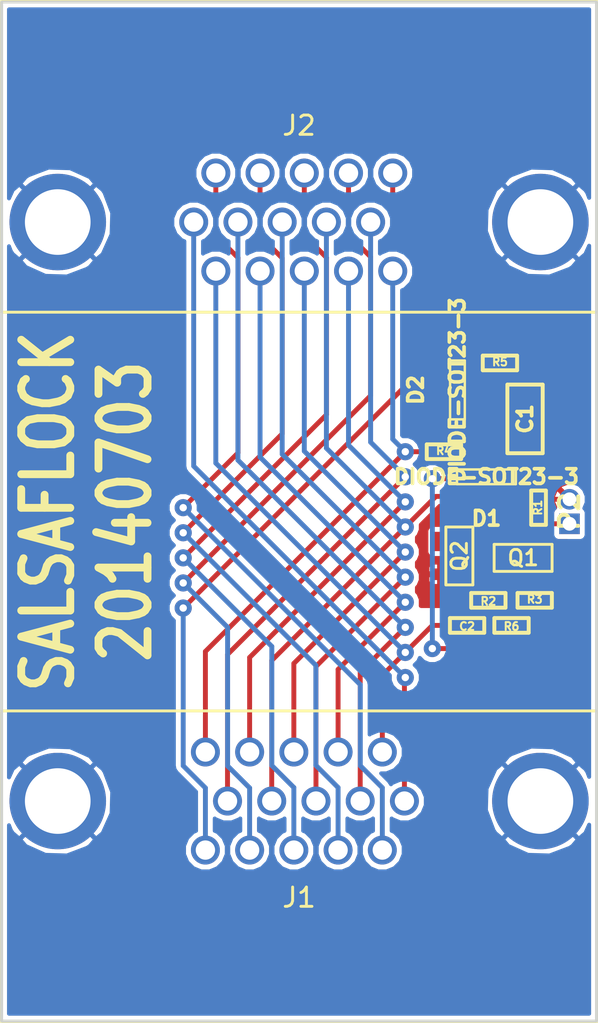
<source format=kicad_pcb>
(kicad_pcb (version 3) (host pcbnew "(2012-nov-02)-stable")

  (general
    (links 40)
    (no_connects 2)
    (area 102.507658 68.240999 140.739001 121.759001)
    (thickness 1.6)
    (drawings 6)
    (tracks 135)
    (zones 0)
    (modules 15)
    (nets 23)
  )

  (page A3)
  (layers
    (15 F.Cu signal)
    (0 B.Cu signal)
    (16 B.Adhes user)
    (17 F.Adhes user)
    (18 B.Paste user)
    (19 F.Paste user)
    (20 B.SilkS user)
    (21 F.SilkS user)
    (22 B.Mask user)
    (23 F.Mask user)
    (24 Dwgs.User user)
    (25 Cmts.User user)
    (26 Eco1.User user)
    (27 Eco2.User user)
    (28 Edge.Cuts user)
  )

  (setup
    (last_trace_width 0.254)
    (trace_clearance 0.254)
    (zone_clearance 0.254)
    (zone_45_only no)
    (trace_min 0.254)
    (segment_width 0.15)
    (edge_width 0.15)
    (via_size 0.889)
    (via_drill 0.381)
    (via_min_size 0.6858)
    (via_min_drill 0.381)
    (uvia_size 0.508)
    (uvia_drill 0.127)
    (uvias_allowed no)
    (uvia_min_size 0.508)
    (uvia_min_drill 0.127)
    (pcb_text_width 0.3)
    (pcb_text_size 1 1)
    (mod_edge_width 0.15)
    (mod_text_size 1 1)
    (mod_text_width 0.15)
    (pad_size 0.6 0.7)
    (pad_drill 0)
    (pad_to_mask_clearance 0.0762)
    (aux_axis_origin 0 0)
    (visible_elements FFFFBFBF)
    (pcbplotparams
      (layerselection 283672577)
      (usegerberextensions true)
      (excludeedgelayer true)
      (linewidth 152400)
      (plotframeref false)
      (viasonmask false)
      (mode 1)
      (useauxorigin false)
      (hpglpennumber 1)
      (hpglpenspeed 20)
      (hpglpendiameter 15)
      (hpglpenoverlay 2)
      (psnegative false)
      (psa4output false)
      (plotreference false)
      (plotvalue false)
      (plotothertext true)
      (plotinvisibletext false)
      (padsonsilk false)
      (subtractmaskfromsilk false)
      (outputformat 1)
      (mirror false)
      (drillshape 0)
      (scaleselection 1)
      (outputdirectory gerbers))
  )

  (net 0 "")
  (net 1 /DRAIN)
  (net 2 /GATE)
  (net 3 /KEY)
  (net 4 /RED)
  (net 5 /SCL)
  (net 6 /SHIELD)
  (net 7 /SOURCE)
  (net 8 /VGAGND)
  (net 9 GND)
  (net 10 N-000001)
  (net 11 N-0000010)
  (net 12 N-0000014)
  (net 13 N-0000015)
  (net 14 N-0000018)
  (net 15 N-0000019)
  (net 16 N-000002)
  (net 17 N-000004)
  (net 18 N-000005)
  (net 19 N-000006)
  (net 20 N-000007)
  (net 21 N-000008)
  (net 22 N-000009)

  (net_class Default "This is the default net class."
    (clearance 0.254)
    (trace_width 0.254)
    (via_dia 0.889)
    (via_drill 0.381)
    (uvia_dia 0.508)
    (uvia_drill 0.127)
    (add_net "")
    (add_net /DRAIN)
    (add_net /GATE)
    (add_net /KEY)
    (add_net /RED)
    (add_net /SCL)
    (add_net /SHIELD)
    (add_net /SOURCE)
    (add_net /VGAGND)
    (add_net GND)
    (add_net N-000001)
    (add_net N-0000010)
    (add_net N-0000014)
    (add_net N-0000015)
    (add_net N-0000018)
    (add_net N-0000019)
    (add_net N-000002)
    (add_net N-000004)
    (add_net N-000005)
    (add_net N-000006)
    (add_net N-000007)
    (add_net N-000008)
    (add_net N-000009)
  )

  (module GSG-0402 (layer F.Cu) (tedit 53B03450) (tstamp 53B0360A)
    (at 134.8 99.6)
    (path /53703213)
    (solder_mask_margin 0.1016)
    (fp_text reference R2 (at 0 0.0508) (layer F.SilkS)
      (effects (font (size 0.4064 0.4064) (thickness 0.1016)))
    )
    (fp_text value 10k (at 0 0.0508) (layer F.SilkS) hide
      (effects (font (size 0.4064 0.4064) (thickness 0.1016)))
    )
    (fp_line (start 0.889 -0.381) (end 0.889 0.381) (layer F.SilkS) (width 0.2032))
    (fp_line (start 0.889 0.381) (end -0.889 0.381) (layer F.SilkS) (width 0.2032))
    (fp_line (start -0.889 0.381) (end -0.889 -0.381) (layer F.SilkS) (width 0.2032))
    (fp_line (start -0.889 -0.381) (end 0.889 -0.381) (layer F.SilkS) (width 0.2032))
    (pad 2 smd rect (at 0.5334 0) (size 0.508 0.5588)
      (layers F.Cu F.Paste F.Mask)
      (net 7 /SOURCE)
      (solder_mask_margin 0.1016)
    )
    (pad 1 smd rect (at -0.5334 0) (size 0.508 0.5588)
      (layers F.Cu F.Paste F.Mask)
      (net 2 /GATE)
      (die_length -2147.483648)
      (solder_mask_margin 0.1016)
    )
  )

  (module GSG-0402 (layer F.Cu) (tedit 53B3B4DC) (tstamp 53B03614)
    (at 137.4 94.8 90)
    (path /5370DAFA)
    (solder_mask_margin 0.1016)
    (fp_text reference R1 (at 0 -0.037 90) (layer F.SilkS)
      (effects (font (size 0.4064 0.4064) (thickness 0.1016)))
    )
    (fp_text value DNP (at 0 0.0508 90) (layer F.SilkS) hide
      (effects (font (size 0.4064 0.4064) (thickness 0.1016)))
    )
    (fp_line (start 0.889 -0.381) (end 0.889 0.381) (layer F.SilkS) (width 0.2032))
    (fp_line (start 0.889 0.381) (end -0.889 0.381) (layer F.SilkS) (width 0.2032))
    (fp_line (start -0.889 0.381) (end -0.889 -0.381) (layer F.SilkS) (width 0.2032))
    (fp_line (start -0.889 -0.381) (end 0.889 -0.381) (layer F.SilkS) (width 0.2032))
    (pad 2 smd rect (at 0.5334 0 90) (size 0.508 0.5588)
      (layers F.Cu F.Paste F.Mask)
      (net 9 GND)
      (solder_mask_margin 0.1016)
    )
    (pad 1 smd rect (at -0.5334 0 90) (size 0.508 0.5588)
      (layers F.Cu F.Paste F.Mask)
      (net 1 /DRAIN)
      (die_length -2147.483648)
      (solder_mask_margin 0.1016)
    )
  )

  (module GSG-50MIL-HEADER-1x2-TH (layer F.Cu) (tedit 53B03A6B) (tstamp 53B035FA)
    (at 139 95 90)
    (path /53B03152)
    (fp_text reference P2 (at 0 0 90) (layer F.SilkS)
      (effects (font (size 1.00076 1.00076) (thickness 0.2032)))
    )
    (fp_text value ANTENNA (at 0 0 90) (layer F.SilkS) hide
      (effects (font (size 1.00076 1.00076) (thickness 0.2032)))
    )
    (pad 1 thru_hole rect (at -0.635 0 90) (size 1.0668 1.0668) (drill 0.7112)
      (layers *.Cu *.Mask)
      (net 1 /DRAIN)
    )
    (pad 2 thru_hole circle (at 0.635 0 90) (size 1.0668 1.0668) (drill 0.7112)
      (layers *.Cu *.Mask)
      (net 9 GND)
    )
  )

  (module GSG-0402-SHORT-10MIL (layer F.Cu) (tedit 53B57B9C) (tstamp 53B03628)
    (at 132.5 91.9 180)
    (path /53B032AD)
    (solder_mask_margin 0.1016)
    (fp_text reference R4 (at 0 0.0508 180) (layer F.SilkS)
      (effects (font (size 0.4064 0.4064) (thickness 0.1016)))
    )
    (fp_text value 0 (at 0 0.0508 180) (layer F.SilkS) hide
      (effects (font (size 0.4064 0.4064) (thickness 0.1016)))
    )
    (fp_line (start 0.889 -0.381) (end 0.889 0.381) (layer F.SilkS) (width 0.2032))
    (fp_line (start 0.889 0.381) (end -0.889 0.381) (layer F.SilkS) (width 0.2032))
    (fp_line (start -0.889 0.381) (end -0.889 -0.381) (layer F.SilkS) (width 0.2032))
    (fp_line (start -0.889 -0.381) (end 0.889 -0.381) (layer F.SilkS) (width 0.2032))
    (pad 2 smd rect (at 0.5334 0 180) (size 0.508 0.5588)
      (layers F.Cu F.Mask)
      (net 8 /VGAGND)
      (solder_mask_margin 0.1016)
    )
    (pad 1 smd rect (at -0.5334 0 180) (size 0.508 0.5588)
      (layers F.Cu F.Mask)
      (net 9 GND)
      (die_length -2147.483648)
      (solder_mask_margin 0.1016)
    )
    (pad "" smd rect (at 0 0 180) (size 0.762 0.254)
      (layers F.Cu F.Mask)
    )
  )

  (module GSG-0402-SHORT-10MIL (layer F.Cu) (tedit 53B57B9C) (tstamp 53B0361E)
    (at 137.2 99.6 180)
    (path /5370DB07)
    (solder_mask_margin 0.1016)
    (fp_text reference R3 (at 0 0.0508 180) (layer F.SilkS)
      (effects (font (size 0.4064 0.4064) (thickness 0.1016)))
    )
    (fp_text value 0 (at 0 0.0508 180) (layer F.SilkS) hide
      (effects (font (size 0.4064 0.4064) (thickness 0.1016)))
    )
    (fp_line (start 0.889 -0.381) (end 0.889 0.381) (layer F.SilkS) (width 0.2032))
    (fp_line (start 0.889 0.381) (end -0.889 0.381) (layer F.SilkS) (width 0.2032))
    (fp_line (start -0.889 0.381) (end -0.889 -0.381) (layer F.SilkS) (width 0.2032))
    (fp_line (start -0.889 -0.381) (end 0.889 -0.381) (layer F.SilkS) (width 0.2032))
    (pad 2 smd rect (at 0.5334 0 180) (size 0.508 0.5588)
      (layers F.Cu F.Mask)
      (net 7 /SOURCE)
      (solder_mask_margin 0.1016)
    )
    (pad 1 smd rect (at -0.5334 0 180) (size 0.508 0.5588)
      (layers F.Cu F.Mask)
      (net 9 GND)
      (die_length -2147.483648)
      (solder_mask_margin 0.1016)
    )
    (pad "" smd rect (at 0 0 180) (size 0.762 0.254)
      (layers F.Cu F.Mask)
    )
  )

  (module GSG-DB15-VGA (layer F.Cu) (tedit 53C81AA9) (tstamp 53C81BF1)
    (at 125 110)
    (path /53C80301)
    (fp_text reference J1 (at 0 5) (layer F.SilkS)
      (effects (font (size 1 1) (thickness 0.15)))
    )
    (fp_text value DB15-VGA (at 0 7) (layer F.SilkS) hide
      (effects (font (size 1 1) (thickness 0.15)))
    )
    (fp_line (start -15.41 11.43) (end 15.41 11.43) (layer F.SilkS) (width 0.15))
    (fp_line (start 15.41 -4.67) (end -15.41 -4.67) (layer F.SilkS) (width 0.15))
    (fp_line (start 15.41 11.43) (end 15.41 -4.67) (layer F.SilkS) (width 0.15))
    (fp_line (start -15.41 11.43) (end -15.41 -4.67) (layer F.SilkS) (width 0.15))
    (pad 0 thru_hole circle (at -12.495 0) (size 5 5) (drill 3.4)
      (layers *.Cu *.Mask)
      (net 6 /SHIELD)
    )
    (pad 0 thru_hole circle (at 12.495 0) (size 5 5) (drill 3.4)
      (layers *.Cu *.Mask)
      (net 6 /SHIELD)
    )
    (pad 6 thru_hole circle (at 5.455 0) (size 1.5 1.5) (drill 1)
      (layers *.Cu *.Mask)
      (net 20 N-000007)
    )
    (pad 7 thru_hole circle (at 3.165 0) (size 1.5 1.5) (drill 1)
      (layers *.Cu *.Mask)
      (net 21 N-000008)
    )
    (pad 8 thru_hole circle (at 0.875 0) (size 1.5 1.5) (drill 1)
      (layers *.Cu *.Mask)
      (net 22 N-000009)
    )
    (pad 9 thru_hole circle (at -1.415 0) (size 1.5 1.5) (drill 1)
      (layers *.Cu *.Mask)
      (net 3 /KEY)
    )
    (pad 10 thru_hole circle (at -3.705 0) (size 1.5 1.5) (drill 1)
      (layers *.Cu *.Mask)
      (net 11 N-0000010)
    )
    (pad 1 thru_hole circle (at 4.31 -2.54) (size 1.5 1.5) (drill 1)
      (layers *.Cu *.Mask)
      (net 4 /RED)
    )
    (pad 2 thru_hole circle (at 2.02 -2.54) (size 1.5 1.5) (drill 1)
      (layers *.Cu *.Mask)
      (net 17 N-000004)
    )
    (pad 3 thru_hole circle (at -0.27 -2.54) (size 1.5 1.5) (drill 1)
      (layers *.Cu *.Mask)
      (net 16 N-000002)
    )
    (pad 4 thru_hole circle (at -2.56 -2.54) (size 1.5 1.5) (drill 1)
      (layers *.Cu *.Mask)
      (net 19 N-000006)
    )
    (pad 5 thru_hole circle (at -4.85 -2.54) (size 1.5 1.5) (drill 1)
      (layers *.Cu *.Mask)
      (net 8 /VGAGND)
    )
    (pad 11 thru_hole circle (at 4.31 2.54) (size 1.5 1.5) (drill 1)
      (layers *.Cu *.Mask)
      (net 10 N-000001)
    )
    (pad 12 thru_hole circle (at 2.02 2.54) (size 1.5 1.5) (drill 1)
      (layers *.Cu *.Mask)
      (net 18 N-000005)
    )
    (pad 13 thru_hole circle (at -0.27 2.54) (size 1.5 1.5) (drill 1)
      (layers *.Cu *.Mask)
      (net 12 N-0000014)
    )
    (pad 14 thru_hole circle (at -2.56 2.54) (size 1.5 1.5) (drill 1)
      (layers *.Cu *.Mask)
      (net 13 N-0000015)
    )
    (pad 15 thru_hole circle (at -4.85 2.54) (size 1.5 1.5) (drill 1)
      (layers *.Cu *.Mask)
      (net 5 /SCL)
    )
  )

  (module GSG-DB15-VGA (layer F.Cu) (tedit 53C81AA9) (tstamp 53C81C0A)
    (at 125 80 180)
    (path /53C8030E)
    (fp_text reference J2 (at 0 5 180) (layer F.SilkS)
      (effects (font (size 1 1) (thickness 0.15)))
    )
    (fp_text value DB15-VGA (at 0 7 180) (layer F.SilkS) hide
      (effects (font (size 1 1) (thickness 0.15)))
    )
    (fp_line (start -15.41 11.43) (end 15.41 11.43) (layer F.SilkS) (width 0.15))
    (fp_line (start 15.41 -4.67) (end -15.41 -4.67) (layer F.SilkS) (width 0.15))
    (fp_line (start 15.41 11.43) (end 15.41 -4.67) (layer F.SilkS) (width 0.15))
    (fp_line (start -15.41 11.43) (end -15.41 -4.67) (layer F.SilkS) (width 0.15))
    (pad 0 thru_hole circle (at -12.495 0 180) (size 5 5) (drill 3.4)
      (layers *.Cu *.Mask)
      (net 6 /SHIELD)
    )
    (pad 0 thru_hole circle (at 12.495 0 180) (size 5 5) (drill 3.4)
      (layers *.Cu *.Mask)
      (net 6 /SHIELD)
    )
    (pad 6 thru_hole circle (at 5.455 0 180) (size 1.5 1.5) (drill 1)
      (layers *.Cu *.Mask)
      (net 20 N-000007)
    )
    (pad 7 thru_hole circle (at 3.165 0 180) (size 1.5 1.5) (drill 1)
      (layers *.Cu *.Mask)
      (net 21 N-000008)
    )
    (pad 8 thru_hole circle (at 0.875 0 180) (size 1.5 1.5) (drill 1)
      (layers *.Cu *.Mask)
      (net 22 N-000009)
    )
    (pad 9 thru_hole circle (at -1.415 0 180) (size 1.5 1.5) (drill 1)
      (layers *.Cu *.Mask)
      (net 3 /KEY)
    )
    (pad 10 thru_hole circle (at -3.705 0 180) (size 1.5 1.5) (drill 1)
      (layers *.Cu *.Mask)
      (net 11 N-0000010)
    )
    (pad 1 thru_hole circle (at 4.31 -2.54 180) (size 1.5 1.5) (drill 1)
      (layers *.Cu *.Mask)
      (net 4 /RED)
    )
    (pad 2 thru_hole circle (at 2.02 -2.54 180) (size 1.5 1.5) (drill 1)
      (layers *.Cu *.Mask)
      (net 17 N-000004)
    )
    (pad 3 thru_hole circle (at -0.27 -2.54 180) (size 1.5 1.5) (drill 1)
      (layers *.Cu *.Mask)
      (net 16 N-000002)
    )
    (pad 4 thru_hole circle (at -2.56 -2.54 180) (size 1.5 1.5) (drill 1)
      (layers *.Cu *.Mask)
      (net 19 N-000006)
    )
    (pad 5 thru_hole circle (at -4.85 -2.54 180) (size 1.5 1.5) (drill 1)
      (layers *.Cu *.Mask)
      (net 8 /VGAGND)
    )
    (pad 11 thru_hole circle (at 4.31 2.54 180) (size 1.5 1.5) (drill 1)
      (layers *.Cu *.Mask)
      (net 10 N-000001)
    )
    (pad 12 thru_hole circle (at 2.02 2.54 180) (size 1.5 1.5) (drill 1)
      (layers *.Cu *.Mask)
      (net 18 N-000005)
    )
    (pad 13 thru_hole circle (at -0.27 2.54 180) (size 1.5 1.5) (drill 1)
      (layers *.Cu *.Mask)
      (net 12 N-0000014)
    )
    (pad 14 thru_hole circle (at -2.56 2.54 180) (size 1.5 1.5) (drill 1)
      (layers *.Cu *.Mask)
      (net 13 N-0000015)
    )
    (pad 15 thru_hole circle (at -4.85 2.54 180) (size 1.5 1.5) (drill 1)
      (layers *.Cu *.Mask)
      (net 5 /SCL)
    )
  )

  (module GSG-0402 (layer F.Cu) (tedit 53B03450) (tstamp 53C81C3A)
    (at 135.4 87.3 180)
    (path /53BD859D)
    (solder_mask_margin 0.1016)
    (fp_text reference R5 (at 0 0.0508 180) (layer F.SilkS)
      (effects (font (size 0.4064 0.4064) (thickness 0.1016)))
    )
    (fp_text value 10k (at 0 0.0508 180) (layer F.SilkS) hide
      (effects (font (size 0.4064 0.4064) (thickness 0.1016)))
    )
    (fp_line (start 0.889 -0.381) (end 0.889 0.381) (layer F.SilkS) (width 0.2032))
    (fp_line (start 0.889 0.381) (end -0.889 0.381) (layer F.SilkS) (width 0.2032))
    (fp_line (start -0.889 0.381) (end -0.889 -0.381) (layer F.SilkS) (width 0.2032))
    (fp_line (start -0.889 -0.381) (end 0.889 -0.381) (layer F.SilkS) (width 0.2032))
    (pad 2 smd rect (at 0.5334 0 180) (size 0.508 0.5588)
      (layers F.Cu F.Paste F.Mask)
      (net 14 N-0000018)
      (solder_mask_margin 0.1016)
    )
    (pad 1 smd rect (at -0.5334 0 180) (size 0.508 0.5588)
      (layers F.Cu F.Paste F.Mask)
      (net 15 N-0000019)
      (die_length -2147.483648)
      (solder_mask_margin 0.1016)
    )
  )

  (module GSG-0402 (layer F.Cu) (tedit 53B03450) (tstamp 53C81C44)
    (at 133.7 100.9)
    (path /53BD8613)
    (solder_mask_margin 0.1016)
    (fp_text reference C2 (at 0 0.0508) (layer F.SilkS)
      (effects (font (size 0.4064 0.4064) (thickness 0.1016)))
    )
    (fp_text value 1uF (at 0 0.0508) (layer F.SilkS) hide
      (effects (font (size 0.4064 0.4064) (thickness 0.1016)))
    )
    (fp_line (start 0.889 -0.381) (end 0.889 0.381) (layer F.SilkS) (width 0.2032))
    (fp_line (start 0.889 0.381) (end -0.889 0.381) (layer F.SilkS) (width 0.2032))
    (fp_line (start -0.889 0.381) (end -0.889 -0.381) (layer F.SilkS) (width 0.2032))
    (fp_line (start -0.889 -0.381) (end 0.889 -0.381) (layer F.SilkS) (width 0.2032))
    (pad 2 smd rect (at 0.5334 0) (size 0.508 0.5588)
      (layers F.Cu F.Paste F.Mask)
      (net 2 /GATE)
      (solder_mask_margin 0.1016)
    )
    (pad 1 smd rect (at -0.5334 0) (size 0.508 0.5588)
      (layers F.Cu F.Paste F.Mask)
      (net 4 /RED)
      (die_length -2147.483648)
      (solder_mask_margin 0.1016)
    )
  )

  (module GSG-0402 (layer F.Cu) (tedit 53B03450) (tstamp 53C81C4E)
    (at 136 100.9)
    (path /53BD8718)
    (solder_mask_margin 0.1016)
    (fp_text reference R6 (at 0 0.0508) (layer F.SilkS)
      (effects (font (size 0.4064 0.4064) (thickness 0.1016)))
    )
    (fp_text value 1M (at 0 0.0508) (layer F.SilkS) hide
      (effects (font (size 0.4064 0.4064) (thickness 0.1016)))
    )
    (fp_line (start 0.889 -0.381) (end 0.889 0.381) (layer F.SilkS) (width 0.2032))
    (fp_line (start 0.889 0.381) (end -0.889 0.381) (layer F.SilkS) (width 0.2032))
    (fp_line (start -0.889 0.381) (end -0.889 -0.381) (layer F.SilkS) (width 0.2032))
    (fp_line (start -0.889 -0.381) (end 0.889 -0.381) (layer F.SilkS) (width 0.2032))
    (pad 2 smd rect (at 0.5334 0) (size 0.508 0.5588)
      (layers F.Cu F.Paste F.Mask)
      (net 15 N-0000019)
      (solder_mask_margin 0.1016)
    )
    (pad 1 smd rect (at -0.5334 0) (size 0.508 0.5588)
      (layers F.Cu F.Paste F.Mask)
      (net 2 /GATE)
      (die_length -2147.483648)
      (solder_mask_margin 0.1016)
    )
  )

  (module GSG-0805 (layer F.Cu) (tedit 53C84948) (tstamp 53C81C30)
    (at 136.7 90.2 270)
    (path /53BD8720)
    (solder_mask_margin 0.1016)
    (fp_text reference C1 (at 0 0 270) (layer F.SilkS)
      (effects (font (size 0.762 0.762) (thickness 0.1905)))
    )
    (fp_text value 22uF (at 0 0 270) (layer F.SilkS) hide
      (effects (font (size 0.762 0.762) (thickness 0.1905)))
    )
    (fp_line (start -1.778 -0.9144) (end 1.778 -0.9144) (layer F.SilkS) (width 0.2032))
    (fp_line (start 1.778 -0.9144) (end 1.778 0.9144) (layer F.SilkS) (width 0.2032))
    (fp_line (start 1.778 0.9144) (end -1.778 0.9144) (layer F.SilkS) (width 0.2032))
    (fp_line (start -1.778 0.9144) (end -1.778 -0.9144) (layer F.SilkS) (width 0.2032))
    (pad 2 smd rect (at 1.016 0 270) (size 1.15062 1.44018)
      (layers F.Cu F.Paste F.Mask)
      (net 15 N-0000019)
      (die_length 0.08128)
      (solder_mask_margin 0.1016)
      (clearance 0.1778)
    )
    (pad 1 smd rect (at -1.016 0 270) (size 1.15062 1.44018)
      (layers F.Cu F.Paste F.Mask)
      (net 9 GND)
      (die_length -2147.483648)
      (solder_mask_margin 0.1016)
      (clearance 0.1778)
    )
  )

  (module GSG-SOT23-3 (layer F.Cu) (tedit 53D5BEF1) (tstamp 53C81C18)
    (at 133.2 88.7 90)
    (tags "CMS SOT")
    (path /53D5C057)
    (attr smd)
    (fp_text reference D2 (at 0 -2.159 90) (layer F.SilkS)
      (effects (font (size 0.762 0.762) (thickness 0.1905)))
    )
    (fp_text value DIODE-SOT23-3 (at 0 0 90) (layer F.SilkS)
      (effects (font (size 0.762 0.762) (thickness 0.1905)))
    )
    (fp_line (start -1.524 -0.381) (end 1.524 -0.381) (layer F.SilkS) (width 0.127))
    (fp_line (start 1.524 -0.381) (end 1.524 0.381) (layer F.SilkS) (width 0.127))
    (fp_line (start 1.524 0.381) (end -1.524 0.381) (layer F.SilkS) (width 0.127))
    (fp_line (start -1.524 0.381) (end -1.524 -0.381) (layer F.SilkS) (width 0.127))
    (pad 2 smd rect (at -0.889 -1.016 90) (size 0.9144 0.9144)
      (layers F.Cu F.Paste F.Mask)
      (die_length 0.00762)
    )
    (pad 1 smd rect (at 0.889 -1.016 90) (size 0.9144 0.9144)
      (layers F.Cu F.Paste F.Mask)
      (net 5 /SCL)
    )
    (pad 3 smd rect (at 0 1.016 90) (size 0.9144 0.9144)
      (layers F.Cu F.Paste F.Mask)
      (net 14 N-0000018)
      (die_length 0.28194)
    )
    (model smd/cms_sot23.wrl
      (at (xyz 0 0 0))
      (scale (xyz 0.13 0.15 0.15))
      (rotate (xyz 0 0 0))
    )
  )

  (module GSG-SOT23-3 (layer F.Cu) (tedit 53D5BEF1) (tstamp 53C81C26)
    (at 134.7 93.2 180)
    (tags "CMS SOT")
    (path /53D5C022)
    (attr smd)
    (fp_text reference D1 (at 0 -2.159 180) (layer F.SilkS)
      (effects (font (size 0.762 0.762) (thickness 0.1905)))
    )
    (fp_text value DIODE-SOT23-3 (at 0 0 180) (layer F.SilkS)
      (effects (font (size 0.762 0.762) (thickness 0.1905)))
    )
    (fp_line (start -1.524 -0.381) (end 1.524 -0.381) (layer F.SilkS) (width 0.127))
    (fp_line (start 1.524 -0.381) (end 1.524 0.381) (layer F.SilkS) (width 0.127))
    (fp_line (start 1.524 0.381) (end -1.524 0.381) (layer F.SilkS) (width 0.127))
    (fp_line (start -1.524 0.381) (end -1.524 -0.381) (layer F.SilkS) (width 0.127))
    (pad 2 smd rect (at -0.889 -1.016 180) (size 0.9144 0.9144)
      (layers F.Cu F.Paste F.Mask)
      (die_length 0.00762)
    )
    (pad 1 smd rect (at 0.889 -1.016 180) (size 0.9144 0.9144)
      (layers F.Cu F.Paste F.Mask)
      (net 3 /KEY)
    )
    (pad 3 smd rect (at 0 1.016 180) (size 0.9144 0.9144)
      (layers F.Cu F.Paste F.Mask)
      (net 15 N-0000019)
      (die_length 0.28194)
    )
    (model smd/cms_sot23.wrl
      (at (xyz 0 0 0))
      (scale (xyz 0.13 0.15 0.15))
      (rotate (xyz 0 0 0))
    )
  )

  (module GSG-SOT143B-GDS (layer F.Cu) (tedit 53D5C311) (tstamp 53B035F4)
    (at 136.6 97.4)
    (path /53D5C0DC)
    (fp_text reference Q1 (at 0 0) (layer F.SilkS)
      (effects (font (size 0.8 0.8) (thickness 0.15)))
    )
    (fp_text value MOSFET_N (at 0 0) (layer F.SilkS) hide
      (effects (font (size 0.8 0.8) (thickness 0.15)))
    )
    (fp_line (start -1.5 -0.7) (end 1.5 -0.7) (layer F.SilkS) (width 0.15))
    (fp_line (start 1.5 -0.7) (end 1.5 0.7) (layer F.SilkS) (width 0.15))
    (fp_line (start 1.5 0.7) (end -1.5 0.7) (layer F.SilkS) (width 0.15))
    (fp_line (start -1.5 0.7) (end -1.5 -0.7) (layer F.SilkS) (width 0.15))
    (pad B smd rect (at -0.75 1) (size 1 0.7)
      (layers F.Cu F.Paste F.Mask)
    )
    (pad S smd rect (at 0.95 1) (size 0.6 0.7)
      (layers F.Cu F.Paste F.Mask)
      (net 7 /SOURCE)
    )
    (pad D smd rect (at 0.95 -1) (size 0.6 0.7)
      (layers F.Cu F.Paste F.Mask)
      (net 1 /DRAIN)
    )
    (pad G smd rect (at -0.95 -1) (size 0.6 0.7)
      (layers F.Cu F.Paste F.Mask)
      (net 2 /GATE)
    )
  )

  (module GSG-SOT143B-GDS (layer F.Cu) (tedit 53D5C311) (tstamp 53C81BD8)
    (at 133.3 97.3 270)
    (path /53BD8551)
    (fp_text reference Q2 (at 0 0 270) (layer F.SilkS)
      (effects (font (size 0.8 0.8) (thickness 0.15)))
    )
    (fp_text value MOSFET_N (at 0 0 270) (layer F.SilkS) hide
      (effects (font (size 0.8 0.8) (thickness 0.15)))
    )
    (fp_line (start -1.5 -0.7) (end 1.5 -0.7) (layer F.SilkS) (width 0.15))
    (fp_line (start 1.5 -0.7) (end 1.5 0.7) (layer F.SilkS) (width 0.15))
    (fp_line (start 1.5 0.7) (end -1.5 0.7) (layer F.SilkS) (width 0.15))
    (fp_line (start -1.5 0.7) (end -1.5 -0.7) (layer F.SilkS) (width 0.15))
    (pad B smd rect (at -0.75 1 270) (size 1 0.7)
      (layers F.Cu F.Paste F.Mask)
    )
    (pad S smd rect (at 0.95 1 270) (size 0.6 0.7)
      (layers F.Cu F.Paste F.Mask)
      (net 9 GND)
    )
    (pad D smd rect (at 0.95 -1 270) (size 0.6 0.7)
      (layers F.Cu F.Paste F.Mask)
      (net 2 /GATE)
    )
    (pad G smd rect (at -0.95 -1 270) (size 0.6 0.7)
      (layers F.Cu F.Paste F.Mask)
      (net 2 /GATE)
    )
  )

  (gr_line (start 140.4 68.6) (end 109.6 68.6) (angle 90) (layer Edge.Cuts) (width 0.15))
  (gr_line (start 140.4 121.4) (end 140.4 68.6) (angle 90) (layer Edge.Cuts) (width 0.15))
  (gr_line (start 109.6 121.4) (end 140.4 121.4) (angle 90) (layer Edge.Cuts) (width 0.15))
  (gr_line (start 109.6 68.6) (end 109.6 121.4) (angle 90) (layer Edge.Cuts) (width 0.15))
  (gr_text 20140703 (at 116 95 90) (layer F.SilkS)
    (effects (font (size 2.54 2.032) (thickness 0.4064)))
  )
  (gr_text SALSAFLOCK (at 112 95 90) (layer F.SilkS)
    (effects (font (size 2.54 2.032) (thickness 0.4064)))
  )

  (segment (start 137.55 96.4) (end 137.55 95.4834) (width 0.254) (layer F.Cu) (net 1))
  (segment (start 137.55 95.4834) (end 137.4 95.3334) (width 0.254) (layer F.Cu) (net 1) (tstamp 53D5C6DA))
  (segment (start 139 95.635) (end 137.7016 95.635) (width 0.254) (layer F.Cu) (net 1))
  (segment (start 137.7016 95.635) (end 137.4 95.3334) (width 0.254) (layer F.Cu) (net 1) (tstamp 53D5C6D7))
  (segment (start 134.2334 100.9) (end 135.4666 100.9) (width 0.254) (layer F.Cu) (net 2))
  (segment (start 134.2666 99.6) (end 134.2666 100.8668) (width 0.254) (layer F.Cu) (net 2))
  (segment (start 134.2666 100.8668) (end 134.2334 100.9) (width 0.254) (layer F.Cu) (net 2) (tstamp 53D5C74C))
  (segment (start 134.3 98.25) (end 134.3 99.5666) (width 0.254) (layer F.Cu) (net 2))
  (segment (start 134.3 99.5666) (end 134.2666 99.6) (width 0.254) (layer F.Cu) (net 2) (tstamp 53D5C749))
  (segment (start 134.3 96.35) (end 134.3 98.25) (width 0.254) (layer F.Cu) (net 2))
  (segment (start 135.65 96.4) (end 134.35 96.4) (width 0.254) (layer F.Cu) (net 2))
  (segment (start 134.35 96.4) (end 134.3 96.35) (width 0.254) (layer F.Cu) (net 2) (tstamp 53D5C744))
  (segment (start 133.811 94.216) (end 132.084 94.216) (width 0.254) (layer F.Cu) (net 3))
  (segment (start 132.084 94.216) (end 130.5 95.8) (width 0.254) (layer F.Cu) (net 3) (tstamp 53D5C6E2))
  (segment (start 123.585 110) (end 123.585 102.715) (width 0.254) (layer F.Cu) (net 3))
  (segment (start 126.415 91.715) (end 126.415 80) (width 0.254) (layer B.Cu) (net 3) (tstamp 53C81E06))
  (segment (start 130.5 95.8) (end 126.415 91.715) (width 0.254) (layer B.Cu) (net 3) (tstamp 53C81E05))
  (via (at 130.5 95.8) (size 0.889) (layers F.Cu B.Cu) (net 3))
  (segment (start 123.585 102.715) (end 130.5 95.8) (width 0.254) (layer F.Cu) (net 3) (tstamp 53C81DFC))
  (segment (start 133.1666 100.9) (end 131.9 100.9) (width 0.254) (layer F.Cu) (net 4))
  (segment (start 131.9 100.9) (end 130.5 102.3) (width 0.254) (layer F.Cu) (net 4) (tstamp 53D5C74F))
  (segment (start 129.31 107.46) (end 129.31 103.49) (width 0.254) (layer F.Cu) (net 4))
  (segment (start 120.69 92.49) (end 120.69 82.54) (width 0.254) (layer B.Cu) (net 4) (tstamp 53C81DB9))
  (segment (start 130.5 102.3) (end 120.69 92.49) (width 0.254) (layer B.Cu) (net 4) (tstamp 53C81DB8))
  (via (at 130.5 102.3) (size 0.889) (layers F.Cu B.Cu) (net 4))
  (segment (start 129.31 103.49) (end 130.5 102.3) (width 0.254) (layer F.Cu) (net 4) (tstamp 53C81DAC))
  (segment (start 131 88) (end 131.995 88) (width 0.254) (layer F.Cu) (net 5))
  (segment (start 131.995 88) (end 132.184 87.811) (width 0.254) (layer F.Cu) (net 5) (tstamp 53D5C6BB))
  (segment (start 119 108.17) (end 119 100) (width 0.254) (layer B.Cu) (net 5))
  (segment (start 120.15 109.32) (end 119 108.17) (width 0.254) (layer B.Cu) (net 5) (tstamp 53C81EF9))
  (segment (start 120.15 112.54) (end 120.15 109.32) (width 0.254) (layer B.Cu) (net 5))
  (segment (start 129.85 80.65) (end 129.85 77.46) (width 0.254) (layer F.Cu) (net 5) (tstamp 53C84495))
  (segment (start 131 81.8) (end 129.85 80.65) (width 0.254) (layer F.Cu) (net 5) (tstamp 53C8448F))
  (segment (start 131 88) (end 131 81.8) (width 0.254) (layer F.Cu) (net 5) (tstamp 53C84483))
  (segment (start 119 100) (end 131 88) (width 0.254) (layer F.Cu) (net 5) (tstamp 53C84482))
  (via (at 119 100) (size 0.889) (layers F.Cu B.Cu) (net 5))
  (segment (start 136.6666 99.6) (end 136.6666 99.0334) (width 0.254) (layer F.Cu) (net 7) (status 400000))
  (segment (start 137.25 98.7) (end 137.55 98.4) (width 0.254) (layer F.Cu) (net 7) (tstamp 53D5CAC3) (status C00000))
  (segment (start 137 98.7) (end 137.25 98.7) (width 0.254) (layer F.Cu) (net 7) (tstamp 53D5CABE) (status 800000))
  (segment (start 136.6666 99.0334) (end 137 98.7) (width 0.254) (layer F.Cu) (net 7) (tstamp 53D5CABB))
  (segment (start 135.3334 99.6) (end 136.6666 99.6) (width 0.254) (layer F.Cu) (net 7))
  (segment (start 131.9666 91.9) (end 130.5 91.9) (width 0.254) (layer F.Cu) (net 8))
  (segment (start 120.15 107.46) (end 120.15 102.25) (width 0.254) (layer F.Cu) (net 8))
  (segment (start 129.85 91.25) (end 129.85 82.54) (width 0.254) (layer B.Cu) (net 8) (tstamp 53C81E2E))
  (segment (start 130.5 91.9) (end 129.85 91.25) (width 0.254) (layer B.Cu) (net 8) (tstamp 53C81E2D))
  (via (at 130.5 91.9) (size 0.889) (layers F.Cu B.Cu) (net 8))
  (segment (start 120.15 102.25) (end 130.5 91.9) (width 0.254) (layer F.Cu) (net 8) (tstamp 53C81E25))
  (segment (start 139 94.365) (end 137.4984 94.365) (width 0.254) (layer F.Cu) (net 9))
  (segment (start 137.4984 94.365) (end 137.4 94.2666) (width 0.254) (layer F.Cu) (net 9) (tstamp 53D5C6D3))
  (segment (start 119 94.8) (end 121.84 91.96) (width 0.254) (layer F.Cu) (net 10))
  (segment (start 128.17 103.97) (end 119 94.8) (width 0.254) (layer B.Cu) (net 10) (tstamp 53C8450D))
  (via (at 119 94.8) (size 0.889) (layers F.Cu B.Cu) (net 10))
  (segment (start 129.31 112.54) (end 129.31 109.31) (width 0.254) (layer B.Cu) (net 10))
  (segment (start 129.31 109.31) (end 128.17 108.17) (width 0.254) (layer B.Cu) (net 10) (tstamp 53C81E58))
  (segment (start 128.17 108.17) (end 128.17 103.97) (width 0.254) (layer B.Cu) (net 10))
  (segment (start 120.69 80.7) (end 120.69 77.46) (width 0.254) (layer F.Cu) (net 10) (tstamp 53C8455C))
  (segment (start 121.84 81.85) (end 120.69 80.7) (width 0.254) (layer F.Cu) (net 10) (tstamp 53C84557))
  (segment (start 121.84 91.96) (end 121.84 81.85) (width 0.254) (layer F.Cu) (net 10) (tstamp 53C84550))
  (segment (start 121.295 110) (end 121.295 102.405) (width 0.254) (layer F.Cu) (net 11))
  (segment (start 128.705 91.405) (end 128.705 80) (width 0.254) (layer B.Cu) (net 11) (tstamp 53C81E20))
  (segment (start 130.5 93.2) (end 128.705 91.405) (width 0.254) (layer B.Cu) (net 11) (tstamp 53C81E1F))
  (via (at 130.5 93.2) (size 0.889) (layers F.Cu B.Cu) (net 11))
  (segment (start 121.295 102.405) (end 130.5 93.2) (width 0.254) (layer F.Cu) (net 11) (tstamp 53C81E17))
  (segment (start 119 97.4) (end 126.42 89.98) (width 0.254) (layer F.Cu) (net 12))
  (segment (start 123.59 101.99) (end 119 97.4) (width 0.254) (layer B.Cu) (net 12) (tstamp 53C844F1))
  (via (at 119 97.4) (size 0.889) (layers F.Cu B.Cu) (net 12))
  (segment (start 124.73 109.3) (end 123.59 108.16) (width 0.254) (layer B.Cu) (net 12) (tstamp 53C81EA5))
  (segment (start 124.73 112.54) (end 124.73 109.3) (width 0.254) (layer B.Cu) (net 12))
  (segment (start 123.59 108.16) (end 123.59 101.99) (width 0.254) (layer B.Cu) (net 12))
  (segment (start 125.27 80.69) (end 125.27 77.46) (width 0.254) (layer F.Cu) (net 12) (tstamp 53C84534))
  (segment (start 126.42 81.84) (end 125.27 80.69) (width 0.254) (layer F.Cu) (net 12) (tstamp 53C84530))
  (segment (start 126.42 89.98) (end 126.42 81.84) (width 0.254) (layer F.Cu) (net 12) (tstamp 53C84523))
  (segment (start 121.3 108.18) (end 121.3 101) (width 0.254) (layer B.Cu) (net 13))
  (segment (start 122.44 109.32) (end 121.3 108.18) (width 0.254) (layer B.Cu) (net 13) (tstamp 53C81EB9))
  (segment (start 122.44 112.54) (end 122.44 109.32) (width 0.254) (layer B.Cu) (net 13))
  (segment (start 127.56 80.66) (end 127.56 77.46) (width 0.254) (layer F.Cu) (net 13) (tstamp 53C844BA))
  (segment (start 128.7 81.8) (end 127.56 80.66) (width 0.254) (layer F.Cu) (net 13) (tstamp 53C844B4))
  (segment (start 128.7 89) (end 128.7 81.8) (width 0.254) (layer F.Cu) (net 13) (tstamp 53C844B1))
  (segment (start 119 98.7) (end 128.7 89) (width 0.254) (layer F.Cu) (net 13) (tstamp 53C844B0))
  (via (at 119 98.7) (size 0.889) (layers F.Cu B.Cu) (net 13))
  (segment (start 121.3 101) (end 119 98.7) (width 0.254) (layer B.Cu) (net 13) (tstamp 53C8449E))
  (segment (start 134.216 88.7) (end 134.216 87.9506) (width 0.254) (layer F.Cu) (net 14))
  (segment (start 134.216 87.9506) (end 134.8666 87.3) (width 0.254) (layer F.Cu) (net 14) (tstamp 53D5C6BF))
  (segment (start 136.5334 100.9) (end 136.5334 101.0666) (width 0.254) (layer F.Cu) (net 15))
  (segment (start 133.584 93.3) (end 134.7 92.184) (width 0.254) (layer F.Cu) (net 15) (tstamp 53D5C79D))
  (segment (start 131.9 93.3) (end 133.584 93.3) (width 0.254) (layer F.Cu) (net 15) (tstamp 53D5C79C))
  (via (at 131.9 93.3) (size 0.889) (layers F.Cu B.Cu) (net 15))
  (segment (start 131.9 102.1) (end 131.9 93.3) (width 0.254) (layer B.Cu) (net 15) (tstamp 53D5C796))
  (via (at 131.9 102.1) (size 0.889) (layers F.Cu B.Cu) (net 15))
  (segment (start 135.5 102.1) (end 131.9 102.1) (width 0.254) (layer F.Cu) (net 15) (tstamp 53D5C790))
  (segment (start 136.5334 101.0666) (end 135.5 102.1) (width 0.254) (layer F.Cu) (net 15) (tstamp 53D5C78D))
  (segment (start 134.7 92.184) (end 135.732 92.184) (width 0.254) (layer F.Cu) (net 15))
  (segment (start 135.732 92.184) (end 136.7 91.216) (width 0.254) (layer F.Cu) (net 15) (tstamp 53D5C6CA))
  (segment (start 135.9334 87.3) (end 135.5 87.7334) (width 0.254) (layer F.Cu) (net 15))
  (segment (start 135.5 90.016) (end 136.7 91.216) (width 0.254) (layer F.Cu) (net 15) (tstamp 53D5C6C5))
  (segment (start 135.5 87.7334) (end 135.5 90.016) (width 0.254) (layer F.Cu) (net 15) (tstamp 53D5C6C3))
  (segment (start 124.73 107.46) (end 124.73 102.87) (width 0.254) (layer F.Cu) (net 16))
  (segment (start 125.27 91.87) (end 125.27 82.54) (width 0.254) (layer B.Cu) (net 16) (tstamp 53C81DF8))
  (segment (start 130.5 97.1) (end 125.27 91.87) (width 0.254) (layer B.Cu) (net 16) (tstamp 53C81DF7))
  (via (at 130.5 97.1) (size 0.889) (layers F.Cu B.Cu) (net 16))
  (segment (start 124.73 102.87) (end 130.5 97.1) (width 0.254) (layer F.Cu) (net 16) (tstamp 53C81DEB))
  (segment (start 127.02 107.46) (end 127.02 103.18) (width 0.254) (layer F.Cu) (net 17))
  (segment (start 122.98 92.18) (end 122.98 82.54) (width 0.254) (layer B.Cu) (net 17) (tstamp 53C81DDA))
  (segment (start 130.5 99.7) (end 122.98 92.18) (width 0.254) (layer B.Cu) (net 17) (tstamp 53C81DD9))
  (via (at 130.5 99.7) (size 0.889) (layers F.Cu B.Cu) (net 17))
  (segment (start 127.02 103.18) (end 130.5 99.7) (width 0.254) (layer F.Cu) (net 17) (tstamp 53C81DCF))
  (segment (start 119 96.1) (end 124.13 90.97) (width 0.254) (layer F.Cu) (net 18))
  (segment (start 125.87 102.97) (end 119 96.1) (width 0.254) (layer B.Cu) (net 18) (tstamp 53C844FE))
  (via (at 119 96.1) (size 0.889) (layers F.Cu B.Cu) (net 18))
  (segment (start 127.02 112.54) (end 127.02 109.3) (width 0.254) (layer B.Cu) (net 18))
  (segment (start 127.02 109.3) (end 125.87 108.15) (width 0.254) (layer B.Cu) (net 18) (tstamp 53C81E95))
  (segment (start 125.87 108.15) (end 125.87 102.97) (width 0.254) (layer B.Cu) (net 18))
  (segment (start 122.98 80.72) (end 122.98 77.46) (width 0.254) (layer F.Cu) (net 18) (tstamp 53C8454A))
  (segment (start 124.13 81.87) (end 122.98 80.72) (width 0.254) (layer F.Cu) (net 18) (tstamp 53C84544))
  (segment (start 124.13 90.97) (end 124.13 81.87) (width 0.254) (layer F.Cu) (net 18) (tstamp 53C8453C))
  (segment (start 122.44 107.46) (end 122.44 102.56) (width 0.254) (layer F.Cu) (net 19))
  (segment (start 127.56 91.56) (end 127.56 82.54) (width 0.254) (layer B.Cu) (net 19) (tstamp 53C81E13))
  (segment (start 130.5 94.5) (end 127.56 91.56) (width 0.254) (layer B.Cu) (net 19) (tstamp 53C81E12))
  (via (at 130.5 94.5) (size 0.889) (layers F.Cu B.Cu) (net 19))
  (segment (start 122.44 102.56) (end 130.5 94.5) (width 0.254) (layer F.Cu) (net 19) (tstamp 53C81E0B))
  (segment (start 130.455 110) (end 130.455 103.645) (width 0.254) (layer F.Cu) (net 20))
  (segment (start 119.545 92.645) (end 119.545 80) (width 0.254) (layer B.Cu) (net 20) (tstamp 53C81D9E))
  (segment (start 130.5 103.6) (end 119.545 92.645) (width 0.254) (layer B.Cu) (net 20) (tstamp 53C81D9D))
  (via (at 130.5 103.6) (size 0.889) (layers F.Cu B.Cu) (net 20))
  (segment (start 130.455 103.645) (end 130.5 103.6) (width 0.254) (layer F.Cu) (net 20) (tstamp 53C81D95))
  (segment (start 128.165 110) (end 128.165 103.335) (width 0.254) (layer F.Cu) (net 21))
  (segment (start 121.835 92.335) (end 121.835 80) (width 0.254) (layer B.Cu) (net 21) (tstamp 53C81DC9))
  (segment (start 130.5 101) (end 121.835 92.335) (width 0.254) (layer B.Cu) (net 21) (tstamp 53C81DC8))
  (via (at 130.5 101) (size 0.889) (layers F.Cu B.Cu) (net 21))
  (segment (start 128.165 103.335) (end 130.5 101) (width 0.254) (layer F.Cu) (net 21) (tstamp 53C81DBE))
  (segment (start 125.875 110) (end 125.875 103.025) (width 0.254) (layer F.Cu) (net 22))
  (segment (start 124.125 92.025) (end 124.125 80) (width 0.254) (layer B.Cu) (net 22) (tstamp 53C81DE7))
  (segment (start 130.5 98.4) (end 124.125 92.025) (width 0.254) (layer B.Cu) (net 22) (tstamp 53C81DE6))
  (via (at 130.5 98.4) (size 0.889) (layers F.Cu B.Cu) (net 22))
  (segment (start 125.875 103.025) (end 130.5 98.4) (width 0.254) (layer F.Cu) (net 22) (tstamp 53C81DDE))

  (zone (net 6) (net_name /SHIELD) (layer B.Cu) (tstamp 53C8476A) (hatch edge 0.508)
    (connect_pads (clearance 0.2032))
    (min_thickness 0.2032)
    (fill (arc_segments 16) (thermal_gap 0.2032) (thermal_bridge_width 0.254))
    (polygon
      (pts
        (xy 109.6 68.6) (xy 109.6 121.4) (xy 140.4 121.4) (xy 140.4 68.6)
      )
    )
    (filled_polygon
      (pts
        (xy 140.0202 121.0202) (xy 139.445224 121.0202) (xy 139.445224 111.986145) (xy 137.495 110.035921) (xy 137.459079 110.071842)
        (xy 137.459079 110) (xy 135.508855 108.049776) (xy 135.166576 108.339697) (xy 134.708446 109.35713) (xy 134.674544 110.472433)
        (xy 135.07003 111.515813) (xy 135.166576 111.660303) (xy 135.508855 111.950224) (xy 137.459079 110) (xy 137.459079 110.071842)
        (xy 135.544776 111.986145) (xy 135.834697 112.328424) (xy 136.85213 112.786554) (xy 137.967433 112.820456) (xy 139.010813 112.42497)
        (xy 139.155303 112.328424) (xy 139.445224 111.986145) (xy 139.445224 121.0202) (xy 132.700239 121.0202) (xy 132.700239 101.941548)
        (xy 132.578687 101.647372) (xy 132.3826 101.450942) (xy 132.3826 93.948767) (xy 132.577896 93.753812) (xy 132.699961 93.459848)
        (xy 132.700239 93.141548) (xy 132.578687 92.847372) (xy 132.353812 92.622104) (xy 132.059848 92.500039) (xy 131.741548 92.499761)
        (xy 131.447372 92.621313) (xy 131.222104 92.846188) (xy 131.220807 92.84931) (xy 131.178687 92.747372) (xy 130.981512 92.549852)
        (xy 131.177896 92.353812) (xy 131.299961 92.059848) (xy 131.300239 91.741548) (xy 131.178687 91.447372) (xy 130.953812 91.222104)
        (xy 130.659848 91.100039) (xy 130.382296 91.099796) (xy 130.3326 91.0501) (xy 130.3326 83.536853) (xy 130.475453 83.477828)
        (xy 130.786735 83.167089) (xy 130.955407 82.760882) (xy 130.955791 82.321048) (xy 130.955791 77.241048) (xy 130.787828 76.834547)
        (xy 130.477089 76.523265) (xy 130.070882 76.354593) (xy 129.631048 76.354209) (xy 129.224547 76.522172) (xy 128.913265 76.832911)
        (xy 128.744593 77.239118) (xy 128.744209 77.678952) (xy 128.912172 78.085453) (xy 129.222911 78.396735) (xy 129.629118 78.565407)
        (xy 130.068952 78.565791) (xy 130.475453 78.397828) (xy 130.786735 78.087089) (xy 130.955407 77.680882) (xy 130.955791 77.241048)
        (xy 130.955791 82.321048) (xy 130.787828 81.914547) (xy 130.477089 81.603265) (xy 130.070882 81.434593) (xy 129.631048 81.434209)
        (xy 129.224547 81.602172) (xy 129.1876 81.639054) (xy 129.1876 80.996853) (xy 129.330453 80.937828) (xy 129.641735 80.627089)
        (xy 129.810407 80.220882) (xy 129.810791 79.781048) (xy 129.642828 79.374547) (xy 129.332089 79.063265) (xy 128.925882 78.894593)
        (xy 128.665791 78.894365) (xy 128.665791 77.241048) (xy 128.497828 76.834547) (xy 128.187089 76.523265) (xy 127.780882 76.354593)
        (xy 127.341048 76.354209) (xy 126.934547 76.522172) (xy 126.623265 76.832911) (xy 126.454593 77.239118) (xy 126.454209 77.678952)
        (xy 126.622172 78.085453) (xy 126.932911 78.396735) (xy 127.339118 78.565407) (xy 127.778952 78.565791) (xy 128.185453 78.397828)
        (xy 128.496735 78.087089) (xy 128.665407 77.680882) (xy 128.665791 77.241048) (xy 128.665791 78.894365) (xy 128.486048 78.894209)
        (xy 128.079547 79.062172) (xy 127.768265 79.372911) (xy 127.599593 79.779118) (xy 127.599209 80.218952) (xy 127.767172 80.625453)
        (xy 128.077911 80.936735) (xy 128.2224 80.996732) (xy 128.2224 81.638637) (xy 128.187089 81.603265) (xy 127.780882 81.434593)
        (xy 127.341048 81.434209) (xy 126.934547 81.602172) (xy 126.8976 81.639054) (xy 126.8976 80.996853) (xy 127.040453 80.937828)
        (xy 127.351735 80.627089) (xy 127.520407 80.220882) (xy 127.520791 79.781048) (xy 127.352828 79.374547) (xy 127.042089 79.063265)
        (xy 126.635882 78.894593) (xy 126.375791 78.894365) (xy 126.375791 77.241048) (xy 126.207828 76.834547) (xy 125.897089 76.523265)
        (xy 125.490882 76.354593) (xy 125.051048 76.354209) (xy 124.644547 76.522172) (xy 124.333265 76.832911) (xy 124.164593 77.239118)
        (xy 124.164209 77.678952) (xy 124.332172 78.085453) (xy 124.642911 78.396735) (xy 125.049118 78.565407) (xy 125.488952 78.565791)
        (xy 125.895453 78.397828) (xy 126.206735 78.087089) (xy 126.375407 77.680882) (xy 126.375791 77.241048) (xy 126.375791 78.894365)
        (xy 126.196048 78.894209) (xy 125.789547 79.062172) (xy 125.478265 79.372911) (xy 125.309593 79.779118) (xy 125.309209 80.218952)
        (xy 125.477172 80.625453) (xy 125.787911 80.936735) (xy 125.9324 80.996732) (xy 125.9324 81.638637) (xy 125.897089 81.603265)
        (xy 125.490882 81.434593) (xy 125.051048 81.434209) (xy 124.644547 81.602172) (xy 124.6076 81.639054) (xy 124.6076 80.996853)
        (xy 124.750453 80.937828) (xy 125.061735 80.627089) (xy 125.230407 80.220882) (xy 125.230791 79.781048) (xy 125.062828 79.374547)
        (xy 124.752089 79.063265) (xy 124.345882 78.894593) (xy 124.085791 78.894365) (xy 124.085791 77.241048) (xy 123.917828 76.834547)
        (xy 123.607089 76.523265) (xy 123.200882 76.354593) (xy 122.761048 76.354209) (xy 122.354547 76.522172) (xy 122.043265 76.832911)
        (xy 121.874593 77.239118) (xy 121.874209 77.678952) (xy 122.042172 78.085453) (xy 122.352911 78.396735) (xy 122.759118 78.565407)
        (xy 123.198952 78.565791) (xy 123.605453 78.397828) (xy 123.916735 78.087089) (xy 124.085407 77.680882) (xy 124.085791 77.241048)
        (xy 124.085791 78.894365) (xy 123.906048 78.894209) (xy 123.499547 79.062172) (xy 123.188265 79.372911) (xy 123.019593 79.779118)
        (xy 123.019209 80.218952) (xy 123.187172 80.625453) (xy 123.497911 80.936735) (xy 123.6424 80.996732) (xy 123.6424 81.638637)
        (xy 123.607089 81.603265) (xy 123.200882 81.434593) (xy 122.761048 81.434209) (xy 122.354547 81.602172) (xy 122.3176 81.639054)
        (xy 122.3176 80.996853) (xy 122.460453 80.937828) (xy 122.771735 80.627089) (xy 122.940407 80.220882) (xy 122.940791 79.781048)
        (xy 122.772828 79.374547) (xy 122.462089 79.063265) (xy 122.055882 78.894593) (xy 121.795791 78.894365) (xy 121.795791 77.241048)
        (xy 121.627828 76.834547) (xy 121.317089 76.523265) (xy 120.910882 76.354593) (xy 120.471048 76.354209) (xy 120.064547 76.522172)
        (xy 119.753265 76.832911) (xy 119.584593 77.239118) (xy 119.584209 77.678952) (xy 119.752172 78.085453) (xy 120.062911 78.396735)
        (xy 120.469118 78.565407) (xy 120.908952 78.565791) (xy 121.315453 78.397828) (xy 121.626735 78.087089) (xy 121.795407 77.680882)
        (xy 121.795791 77.241048) (xy 121.795791 78.894365) (xy 121.616048 78.894209) (xy 121.209547 79.062172) (xy 120.898265 79.372911)
        (xy 120.729593 79.779118) (xy 120.729209 80.218952) (xy 120.897172 80.625453) (xy 121.207911 80.936735) (xy 121.3524 80.996732)
        (xy 121.3524 81.638637) (xy 121.317089 81.603265) (xy 120.910882 81.434593) (xy 120.471048 81.434209) (xy 120.064547 81.602172)
        (xy 120.0276 81.639054) (xy 120.0276 80.996853) (xy 120.170453 80.937828) (xy 120.481735 80.627089) (xy 120.650407 80.220882)
        (xy 120.650791 79.781048) (xy 120.482828 79.374547) (xy 120.172089 79.063265) (xy 119.765882 78.894593) (xy 119.326048 78.894209)
        (xy 118.919547 79.062172) (xy 118.608265 79.372911) (xy 118.439593 79.779118) (xy 118.439209 80.218952) (xy 118.607172 80.625453)
        (xy 118.917911 80.936735) (xy 119.0624 80.996732) (xy 119.0624 92.645) (xy 119.099136 92.829683) (xy 119.20375 92.98625)
        (xy 129.700002 103.482501) (xy 129.699761 103.758452) (xy 129.821313 104.052628) (xy 130.046188 104.277896) (xy 130.340152 104.399961)
        (xy 130.658452 104.400239) (xy 130.952628 104.278687) (xy 131.177896 104.053812) (xy 131.299961 103.759848) (xy 131.300239 103.441548)
        (xy 131.178687 103.147372) (xy 130.981512 102.949852) (xy 131.177896 102.753812) (xy 131.249648 102.581013) (xy 131.446188 102.777896)
        (xy 131.740152 102.899961) (xy 132.058452 102.900239) (xy 132.352628 102.778687) (xy 132.577896 102.553812) (xy 132.699961 102.259848)
        (xy 132.700239 101.941548) (xy 132.700239 121.0202) (xy 131.560791 121.0202) (xy 131.560791 109.781048) (xy 131.392828 109.374547)
        (xy 131.082089 109.063265) (xy 130.675882 108.894593) (xy 130.236048 108.894209) (xy 129.829547 109.062172) (xy 129.757591 109.134001)
        (xy 129.755864 109.125317) (xy 129.65125 108.96875) (xy 129.651246 108.968747) (xy 129.248045 108.565545) (xy 129.528952 108.565791)
        (xy 129.935453 108.397828) (xy 130.246735 108.087089) (xy 130.415407 107.680882) (xy 130.415791 107.241048) (xy 130.247828 106.834547)
        (xy 129.937089 106.523265) (xy 129.530882 106.354593) (xy 129.091048 106.354209) (xy 128.684547 106.522172) (xy 128.6526 106.554063)
        (xy 128.6526 103.97) (xy 128.615864 103.785317) (xy 128.51125 103.62875) (xy 128.511246 103.628747) (xy 119.799997 94.917498)
        (xy 119.800239 94.641548) (xy 119.678687 94.347372) (xy 119.453812 94.122104) (xy 119.159848 94.000039) (xy 118.841548 93.999761)
        (xy 118.547372 94.121313) (xy 118.322104 94.346188) (xy 118.200039 94.640152) (xy 118.199761 94.958452) (xy 118.321313 95.252628)
        (xy 118.518487 95.450147) (xy 118.322104 95.646188) (xy 118.200039 95.940152) (xy 118.199761 96.258452) (xy 118.321313 96.552628)
        (xy 118.518487 96.750147) (xy 118.322104 96.946188) (xy 118.200039 97.240152) (xy 118.199761 97.558452) (xy 118.321313 97.852628)
        (xy 118.518487 98.050147) (xy 118.322104 98.246188) (xy 118.200039 98.540152) (xy 118.199761 98.858452) (xy 118.321313 99.152628)
        (xy 118.518487 99.350147) (xy 118.322104 99.546188) (xy 118.200039 99.840152) (xy 118.199761 100.158452) (xy 118.321313 100.452628)
        (xy 118.5174 100.649057) (xy 118.5174 108.17) (xy 118.554136 108.354683) (xy 118.65875 108.51125) (xy 119.6674 109.519899)
        (xy 119.6674 111.543146) (xy 119.524547 111.602172) (xy 119.213265 111.912911) (xy 119.044593 112.319118) (xy 119.044209 112.758952)
        (xy 119.212172 113.165453) (xy 119.522911 113.476735) (xy 119.929118 113.645407) (xy 120.368952 113.645791) (xy 120.775453 113.477828)
        (xy 121.086735 113.167089) (xy 121.255407 112.760882) (xy 121.255791 112.321048) (xy 121.087828 111.914547) (xy 120.777089 111.603265)
        (xy 120.6326 111.543267) (xy 120.6326 110.901362) (xy 120.667911 110.936735) (xy 121.074118 111.105407) (xy 121.513952 111.105791)
        (xy 121.920453 110.937828) (xy 121.9574 110.900945) (xy 121.9574 111.543146) (xy 121.814547 111.602172) (xy 121.503265 111.912911)
        (xy 121.334593 112.319118) (xy 121.334209 112.758952) (xy 121.502172 113.165453) (xy 121.812911 113.476735) (xy 122.219118 113.645407)
        (xy 122.658952 113.645791) (xy 123.065453 113.477828) (xy 123.376735 113.167089) (xy 123.545407 112.760882) (xy 123.545791 112.321048)
        (xy 123.377828 111.914547) (xy 123.067089 111.603265) (xy 122.9226 111.543267) (xy 122.9226 110.901362) (xy 122.957911 110.936735)
        (xy 123.364118 111.105407) (xy 123.803952 111.105791) (xy 124.210453 110.937828) (xy 124.2474 110.900945) (xy 124.2474 111.543146)
        (xy 124.104547 111.602172) (xy 123.793265 111.912911) (xy 123.624593 112.319118) (xy 123.624209 112.758952) (xy 123.792172 113.165453)
        (xy 124.102911 113.476735) (xy 124.509118 113.645407) (xy 124.948952 113.645791) (xy 125.355453 113.477828) (xy 125.666735 113.167089)
        (xy 125.835407 112.760882) (xy 125.835791 112.321048) (xy 125.667828 111.914547) (xy 125.357089 111.603265) (xy 125.2126 111.543267)
        (xy 125.2126 110.901362) (xy 125.247911 110.936735) (xy 125.654118 111.105407) (xy 126.093952 111.105791) (xy 126.500453 110.937828)
        (xy 126.5374 110.900945) (xy 126.5374 111.543146) (xy 126.394547 111.602172) (xy 126.083265 111.912911) (xy 125.914593 112.319118)
        (xy 125.914209 112.758952) (xy 126.082172 113.165453) (xy 126.392911 113.476735) (xy 126.799118 113.645407) (xy 127.238952 113.645791)
        (xy 127.645453 113.477828) (xy 127.956735 113.167089) (xy 128.125407 112.760882) (xy 128.125791 112.321048) (xy 127.957828 111.914547)
        (xy 127.647089 111.603265) (xy 127.5026 111.543267) (xy 127.5026 110.901362) (xy 127.537911 110.936735) (xy 127.944118 111.105407)
        (xy 128.383952 111.105791) (xy 128.790453 110.937828) (xy 128.8274 110.900945) (xy 128.8274 111.543146) (xy 128.684547 111.602172)
        (xy 128.373265 111.912911) (xy 128.204593 112.319118) (xy 128.204209 112.758952) (xy 128.372172 113.165453) (xy 128.682911 113.476735)
        (xy 129.089118 113.645407) (xy 129.528952 113.645791) (xy 129.935453 113.477828) (xy 130.246735 113.167089) (xy 130.415407 112.760882)
        (xy 130.415791 112.321048) (xy 130.247828 111.914547) (xy 129.937089 111.603265) (xy 129.7926 111.543267) (xy 129.7926 110.901362)
        (xy 129.827911 110.936735) (xy 130.234118 111.105407) (xy 130.673952 111.105791) (xy 131.080453 110.937828) (xy 131.391735 110.627089)
        (xy 131.560407 110.220882) (xy 131.560791 109.781048) (xy 131.560791 121.0202) (xy 115.325456 121.0202) (xy 115.325456 109.527567)
        (xy 115.325456 79.527567) (xy 114.92997 78.484187) (xy 114.833424 78.339697) (xy 114.491145 78.049776) (xy 114.455224 78.085697)
        (xy 114.455224 78.013855) (xy 114.165303 77.671576) (xy 113.14787 77.213446) (xy 112.032567 77.179544) (xy 110.989187 77.57503)
        (xy 110.844697 77.671576) (xy 110.554776 78.013855) (xy 112.505 79.964079) (xy 114.455224 78.013855) (xy 114.455224 78.085697)
        (xy 112.540921 80) (xy 114.491145 81.950224) (xy 114.833424 81.660303) (xy 115.291554 80.64287) (xy 115.325456 79.527567)
        (xy 115.325456 109.527567) (xy 114.92997 108.484187) (xy 114.833424 108.339697) (xy 114.491145 108.049776) (xy 114.455224 108.085697)
        (xy 114.455224 108.013855) (xy 114.455224 81.986145) (xy 112.505 80.035921) (xy 110.554776 81.986145) (xy 110.844697 82.328424)
        (xy 111.86213 82.786554) (xy 112.977433 82.820456) (xy 114.020813 82.42497) (xy 114.165303 82.328424) (xy 114.455224 81.986145)
        (xy 114.455224 108.013855) (xy 114.165303 107.671576) (xy 113.14787 107.213446) (xy 112.032567 107.179544) (xy 110.989187 107.57503)
        (xy 110.844697 107.671576) (xy 110.554776 108.013855) (xy 112.505 109.964079) (xy 114.455224 108.013855) (xy 114.455224 108.085697)
        (xy 112.540921 110) (xy 114.491145 111.950224) (xy 114.833424 111.660303) (xy 115.291554 110.64287) (xy 115.325456 109.527567)
        (xy 115.325456 121.0202) (xy 114.455224 121.0202) (xy 114.455224 111.986145) (xy 112.505 110.035921) (xy 110.554776 111.986145)
        (xy 110.844697 112.328424) (xy 111.86213 112.786554) (xy 112.977433 112.820456) (xy 114.020813 112.42497) (xy 114.165303 112.328424)
        (xy 114.455224 111.986145) (xy 114.455224 121.0202) (xy 109.9798 121.0202) (xy 109.9798 111.251383) (xy 110.08003 111.515813)
        (xy 110.176576 111.660303) (xy 110.518855 111.950224) (xy 112.469079 110) (xy 110.518855 108.049776) (xy 110.176576 108.339697)
        (xy 109.9798 108.776704) (xy 109.9798 81.251383) (xy 110.08003 81.515813) (xy 110.176576 81.660303) (xy 110.518855 81.950224)
        (xy 112.469079 80) (xy 110.518855 78.049776) (xy 110.176576 78.339697) (xy 109.9798 78.776704) (xy 109.9798 68.9798)
        (xy 140.0202 68.9798) (xy 140.0202 78.748616) (xy 139.91997 78.484187) (xy 139.823424 78.339697) (xy 139.481145 78.049776)
        (xy 139.445224 78.085697) (xy 139.445224 78.013855) (xy 139.155303 77.671576) (xy 138.13787 77.213446) (xy 137.022567 77.179544)
        (xy 135.979187 77.57503) (xy 135.834697 77.671576) (xy 135.544776 78.013855) (xy 137.495 79.964079) (xy 139.445224 78.013855)
        (xy 139.445224 78.085697) (xy 137.530921 80) (xy 139.481145 81.950224) (xy 139.823424 81.660303) (xy 140.0202 81.223295)
        (xy 140.0202 108.748616) (xy 139.91997 108.484187) (xy 139.889153 108.438066) (xy 139.889153 94.188943) (xy 139.754097 93.86208)
        (xy 139.504235 93.611782) (xy 139.445224 93.587278) (xy 139.445224 81.986145) (xy 137.495 80.035921) (xy 137.459079 80.071842)
        (xy 137.459079 80) (xy 135.508855 78.049776) (xy 135.166576 78.339697) (xy 134.708446 79.35713) (xy 134.674544 80.472433)
        (xy 135.07003 81.515813) (xy 135.166576 81.660303) (xy 135.508855 81.950224) (xy 137.459079 80) (xy 137.459079 80.071842)
        (xy 135.544776 81.986145) (xy 135.834697 82.328424) (xy 136.85213 82.786554) (xy 137.967433 82.820456) (xy 139.010813 82.42497)
        (xy 139.155303 82.328424) (xy 139.445224 81.986145) (xy 139.445224 93.587278) (xy 139.177609 93.476155) (xy 138.823943 93.475847)
        (xy 138.49708 93.610903) (xy 138.246782 93.860765) (xy 138.111155 94.187391) (xy 138.110847 94.541057) (xy 138.231726 94.833608)
        (xy 138.165313 94.899906) (xy 138.111062 95.030557) (xy 138.110939 95.172023) (xy 138.110939 96.238823) (xy 138.164962 96.369568)
        (xy 138.264906 96.469687) (xy 138.395557 96.523938) (xy 138.537023 96.524061) (xy 139.603823 96.524061) (xy 139.734568 96.470038)
        (xy 139.834687 96.370094) (xy 139.888938 96.239443) (xy 139.889061 96.097977) (xy 139.889061 95.031177) (xy 139.835038 94.900432)
        (xy 139.768105 94.833382) (xy 139.888845 94.542609) (xy 139.889153 94.188943) (xy 139.889153 108.438066) (xy 139.823424 108.339697)
        (xy 139.481145 108.049776) (xy 139.445224 108.085697) (xy 139.445224 108.013855) (xy 139.155303 107.671576) (xy 138.13787 107.213446)
        (xy 137.022567 107.179544) (xy 135.979187 107.57503) (xy 135.834697 107.671576) (xy 135.544776 108.013855) (xy 137.495 109.964079)
        (xy 139.445224 108.013855) (xy 139.445224 108.085697) (xy 137.530921 110) (xy 139.481145 111.950224) (xy 139.823424 111.660303)
        (xy 140.0202 111.223295) (xy 140.0202 121.0202)
      )
    )
  )
  (zone (net 9) (net_name GND) (layer F.Cu) (tstamp 53D5C9C4) (hatch edge 0.508)
    (connect_pads (clearance 0.254))
    (min_thickness 0.254)
    (fill (arc_segments 16) (thermal_gap 0.2032) (thermal_bridge_width 0.3048))
    (polygon
      (pts
        (xy 131 86) (xy 139 86) (xy 139 100) (xy 131 100)
      )
    )
    (filled_polygon
      (pts
        (xy 138.873 99.873) (xy 138.317605 99.873) (xy 138.317657 99.814007) (xy 138.3176 99.70795) (xy 138.23505 99.6254)
        (xy 137.962066 99.6254) (xy 137.962066 99.5746) (xy 138.23505 99.5746) (xy 138.3176 99.49205) (xy 138.317657 99.385993)
        (xy 138.317543 99.254631) (xy 138.267167 99.133313) (xy 138.174199 99.040507) (xy 138.120498 99.018318) (xy 138.172808 98.966101)
        (xy 138.230934 98.826118) (xy 138.231066 98.674547) (xy 138.231066 97.974547) (xy 138.173184 97.834463) (xy 138.066101 97.727192)
        (xy 137.926118 97.669066) (xy 137.774547 97.668934) (xy 137.174547 97.668934) (xy 137.034463 97.726816) (xy 136.927192 97.833899)
        (xy 136.869066 97.973882) (xy 136.868934 98.125453) (xy 136.868934 98.21807) (xy 136.805597 98.230669) (xy 136.75091 98.267209)
        (xy 136.731066 98.280469) (xy 136.731066 97.974547) (xy 136.673184 97.834463) (xy 136.566101 97.727192) (xy 136.427266 97.669542)
        (xy 136.427266 94.597747) (xy 136.427266 93.683347) (xy 136.369384 93.543263) (xy 136.262301 93.435992) (xy 136.122318 93.377866)
        (xy 135.970747 93.377734) (xy 135.056347 93.377734) (xy 134.916263 93.435616) (xy 134.808992 93.542699) (xy 134.750866 93.682682)
        (xy 134.750734 93.834253) (xy 134.750734 94.748653) (xy 134.808616 94.888737) (xy 134.915699 94.996008) (xy 135.055682 95.054134)
        (xy 135.207253 95.054266) (xy 136.121653 95.054266) (xy 136.261737 94.996384) (xy 136.369008 94.889301) (xy 136.427134 94.749318)
        (xy 136.427266 94.597747) (xy 136.427266 97.669542) (xy 136.426118 97.669066) (xy 136.274547 97.668934) (xy 135.274547 97.668934)
        (xy 135.134463 97.726816) (xy 135.027192 97.833899) (xy 135.020715 97.849496) (xy 134.973184 97.734463) (xy 134.866101 97.627192)
        (xy 134.808 97.603066) (xy 134.808 96.996957) (xy 134.865537 96.973184) (xy 134.930835 96.908) (xy 135.003042 96.908)
        (xy 135.026816 96.965537) (xy 135.133899 97.072808) (xy 135.273882 97.130934) (xy 135.425453 97.131066) (xy 136.025453 97.131066)
        (xy 136.165537 97.073184) (xy 136.272808 96.966101) (xy 136.330934 96.826118) (xy 136.331066 96.674547) (xy 136.331066 95.974547)
        (xy 136.273184 95.834463) (xy 136.166101 95.727192) (xy 136.026118 95.669066) (xy 135.874547 95.668934) (xy 135.274547 95.668934)
        (xy 135.134463 95.726816) (xy 135.027192 95.833899) (xy 135.003066 95.892) (xy 134.996957 95.892) (xy 134.973184 95.834463)
        (xy 134.866101 95.727192) (xy 134.726118 95.669066) (xy 134.574547 95.668934) (xy 133.874547 95.668934) (xy 133.734463 95.726816)
        (xy 133.627192 95.833899) (xy 133.569066 95.973882) (xy 133.568934 96.125453) (xy 133.568934 96.725453) (xy 133.626816 96.865537)
        (xy 133.733899 96.972808) (xy 133.792 96.996933) (xy 133.792 97.603042) (xy 133.734463 97.626816) (xy 133.627192 97.733899)
        (xy 133.569066 97.873882) (xy 133.568934 98.025453) (xy 133.568934 98.625453) (xy 133.626816 98.765537) (xy 133.733899 98.872808)
        (xy 133.792 98.896933) (xy 133.792 99.00247) (xy 133.689792 99.104499) (xy 133.631666 99.244482) (xy 133.631534 99.396053)
        (xy 133.631534 99.873) (xy 133.031066 99.873) (xy 133.031066 96.974547) (xy 133.031066 95.974547) (xy 132.973184 95.834463)
        (xy 132.866101 95.727192) (xy 132.726118 95.669066) (xy 132.574547 95.668934) (xy 131.874547 95.668934) (xy 131.734463 95.726816)
        (xy 131.627192 95.833899) (xy 131.569066 95.973882) (xy 131.568934 96.125453) (xy 131.568934 97.125453) (xy 131.626816 97.265537)
        (xy 131.733899 97.372808) (xy 131.873882 97.430934) (xy 132.025453 97.431066) (xy 132.725453 97.431066) (xy 132.865537 97.373184)
        (xy 132.972808 97.266101) (xy 133.030934 97.126118) (xy 133.031066 96.974547) (xy 133.031066 99.873) (xy 132.980257 99.873)
        (xy 132.980257 98.615393) (xy 132.980257 97.884607) (xy 132.930093 97.763201) (xy 132.837287 97.670233) (xy 132.715969 97.619857)
        (xy 132.584607 97.619743) (xy 132.40795 97.6198) (xy 132.3254 97.70235) (xy 132.3254 98.2246) (xy 132.89765 98.2246)
        (xy 132.9802 98.14205) (xy 132.980257 97.884607) (xy 132.980257 98.615393) (xy 132.9802 98.35795) (xy 132.89765 98.2754)
        (xy 132.3254 98.2754) (xy 132.3254 98.79765) (xy 132.40795 98.8802) (xy 132.584607 98.880257) (xy 132.715969 98.880143)
        (xy 132.837287 98.829767) (xy 132.930093 98.736799) (xy 132.980257 98.615393) (xy 132.980257 99.873) (xy 132.2746 99.873)
        (xy 132.2746 98.79765) (xy 132.2746 98.2754) (xy 132.2746 98.2246) (xy 132.2746 97.70235) (xy 132.19205 97.6198)
        (xy 132.015393 97.619743) (xy 131.884031 97.619857) (xy 131.762713 97.670233) (xy 131.669907 97.763201) (xy 131.619743 97.884607)
        (xy 131.6198 98.14205) (xy 131.70235 98.2246) (xy 132.2746 98.2246) (xy 132.2746 98.2754) (xy 131.70235 98.2754)
        (xy 131.6198 98.35795) (xy 131.619743 98.615393) (xy 131.669907 98.736799) (xy 131.762713 98.829767) (xy 131.884031 98.880143)
        (xy 132.015393 98.880257) (xy 132.19205 98.8802) (xy 132.2746 98.79765) (xy 132.2746 99.873) (xy 131.322003 99.873)
        (xy 131.325357 99.864923) (xy 131.325643 99.536518) (xy 131.200233 99.233002) (xy 131.127 99.159641) (xy 131.127 98.940509)
        (xy 131.199417 98.868219) (xy 131.325357 98.564923) (xy 131.325643 98.236518) (xy 131.200233 97.933002) (xy 131.127 97.859641)
        (xy 131.127 97.640509) (xy 131.199417 97.568219) (xy 131.325357 97.264923) (xy 131.325643 96.936518) (xy 131.200233 96.633002)
        (xy 131.127 96.559641) (xy 131.127 96.340509) (xy 131.199417 96.268219) (xy 131.325357 95.964923) (xy 131.325593 95.692826)
        (xy 132.29442 94.724) (xy 132.972734 94.724) (xy 132.972734 94.748653) (xy 133.030616 94.888737) (xy 133.137699 94.996008)
        (xy 133.277682 95.054134) (xy 133.429253 95.054266) (xy 134.343653 95.054266) (xy 134.483737 94.996384) (xy 134.591008 94.889301)
        (xy 134.649134 94.749318) (xy 134.649266 94.597747) (xy 134.649266 93.683347) (xy 134.591384 93.543263) (xy 134.484301 93.435992)
        (xy 134.344318 93.377866) (xy 134.224658 93.377761) (xy 134.580154 93.022266) (xy 135.232653 93.022266) (xy 135.372737 92.964384)
        (xy 135.480008 92.857301) (xy 135.538134 92.717318) (xy 135.538156 92.692) (xy 135.732 92.692) (xy 135.926403 92.653331)
        (xy 136.09121 92.54321) (xy 136.462044 92.172376) (xy 137.495543 92.172376) (xy 137.635627 92.114494) (xy 137.742898 92.007411)
        (xy 137.801024 91.867428) (xy 137.801156 91.715857) (xy 137.801156 90.565237) (xy 137.750347 90.44227) (xy 137.750347 89.824703)
        (xy 137.750347 88.543297) (xy 137.700183 88.421891) (xy 137.607377 88.328923) (xy 137.486059 88.278547) (xy 137.354697 88.278433)
        (xy 136.80795 88.27849) (xy 136.7254 88.36104) (xy 136.7254 89.1586) (xy 137.66774 89.1586) (xy 137.75029 89.07605)
        (xy 137.750347 88.543297) (xy 137.750347 89.824703) (xy 137.75029 89.29195) (xy 137.66774 89.2094) (xy 136.7254 89.2094)
        (xy 136.7254 90.00696) (xy 136.80795 90.08951) (xy 137.354697 90.089567) (xy 137.486059 90.089453) (xy 137.607377 90.039077)
        (xy 137.700183 89.946109) (xy 137.750347 89.824703) (xy 137.750347 90.44227) (xy 137.743274 90.425153) (xy 137.636191 90.317882)
        (xy 137.496208 90.259756) (xy 137.344637 90.259624) (xy 136.462044 90.259624) (xy 136.291961 90.089541) (xy 136.59205 90.08951)
        (xy 136.6746 90.00696) (xy 136.6746 89.3364) (xy 136.6746 89.2094) (xy 136.6746 89.1586) (xy 136.6746 89.0316)
        (xy 136.6746 88.36104) (xy 136.59205 88.27849) (xy 136.045303 88.278433) (xy 136.008 88.278465) (xy 136.008 87.960466)
        (xy 136.262853 87.960466) (xy 136.402937 87.902584) (xy 136.510208 87.795501) (xy 136.568334 87.655518) (xy 136.568466 87.503947)
        (xy 136.568466 86.945147) (xy 136.510584 86.805063) (xy 136.403501 86.697792) (xy 136.263518 86.639666) (xy 136.111947 86.639534)
        (xy 135.603947 86.639534) (xy 135.463863 86.697416) (xy 135.399982 86.761184) (xy 135.336701 86.697792) (xy 135.196718 86.639666)
        (xy 135.045147 86.639534) (xy 134.537147 86.639534) (xy 134.397063 86.697416) (xy 134.289792 86.804499) (xy 134.231666 86.944482)
        (xy 134.231534 87.096053) (xy 134.231534 87.216646) (xy 133.85679 87.59139) (xy 133.746669 87.756197) (xy 133.725676 87.861734)
        (xy 133.683347 87.861734) (xy 133.543263 87.919616) (xy 133.435992 88.026699) (xy 133.377866 88.166682) (xy 133.377734 88.318253)
        (xy 133.377734 89.232653) (xy 133.435616 89.372737) (xy 133.542699 89.480008) (xy 133.682682 89.538134) (xy 133.834253 89.538266)
        (xy 134.748653 89.538266) (xy 134.888737 89.480384) (xy 134.992 89.377301) (xy 134.992 90.016) (xy 135.030669 90.210403)
        (xy 135.14079 90.37521) (xy 135.598844 90.833264) (xy 135.598844 91.598735) (xy 135.538266 91.659313) (xy 135.538266 91.651347)
        (xy 135.480384 91.511263) (xy 135.373301 91.403992) (xy 135.233318 91.345866) (xy 135.081747 91.345734) (xy 134.167347 91.345734)
        (xy 134.027263 91.403616) (xy 133.919992 91.510699) (xy 133.861866 91.650682) (xy 133.861734 91.802253) (xy 133.861734 92.303846)
        (xy 133.37358 92.792) (xy 132.559302 92.792) (xy 132.368219 92.600583) (xy 132.271606 92.560466) (xy 132.296053 92.560466)
        (xy 132.436137 92.502584) (xy 132.53082 92.408066) (xy 132.541084 92.408066) (xy 132.592601 92.459493) (xy 132.714007 92.509657)
        (xy 132.92545 92.5096) (xy 133.008 92.42705) (xy 133.008 92.386767) (xy 133.0588 92.365776) (xy 133.0588 92.42705)
        (xy 133.14135 92.5096) (xy 133.352793 92.509657) (xy 133.474199 92.459493) (xy 133.567167 92.366687) (xy 133.617543 92.245369)
        (xy 133.617657 92.114007) (xy 133.6176 92.00795) (xy 133.53505 91.9254) (xy 133.262066 91.9254) (xy 133.262066 91.8746)
        (xy 133.53505 91.8746) (xy 133.6176 91.79205) (xy 133.617657 91.685993) (xy 133.617543 91.554631) (xy 133.567167 91.433313)
        (xy 133.474199 91.340507) (xy 133.352793 91.290343) (xy 133.14135 91.2904) (xy 133.0588 91.37295) (xy 133.0588 91.434288)
        (xy 133.022266 91.419117) (xy 133.022266 89.970747) (xy 133.022266 89.056347) (xy 132.964384 88.916263) (xy 132.857301 88.808992)
        (xy 132.717318 88.750866) (xy 132.565747 88.750734) (xy 131.651347 88.750734) (xy 131.511263 88.808616) (xy 131.403992 88.915699)
        (xy 131.345866 89.055682) (xy 131.345734 89.207253) (xy 131.345734 90.121653) (xy 131.403616 90.261737) (xy 131.510699 90.369008)
        (xy 131.650682 90.427134) (xy 131.802253 90.427266) (xy 132.716653 90.427266) (xy 132.856737 90.369384) (xy 132.964008 90.262301)
        (xy 133.022134 90.122318) (xy 133.022266 89.970747) (xy 133.022266 91.419117) (xy 133.008 91.413194) (xy 133.008 91.37295)
        (xy 132.92545 91.2904) (xy 132.714007 91.290343) (xy 132.592601 91.340507) (xy 132.541084 91.391934) (xy 132.530678 91.391934)
        (xy 132.436701 91.297792) (xy 132.296718 91.239666) (xy 132.145147 91.239534) (xy 131.637147 91.239534) (xy 131.497063 91.297416)
        (xy 131.402312 91.392) (xy 131.159302 91.392) (xy 131.127 91.359641) (xy 131.127 88.59142) (xy 131.21042 88.508)
        (xy 131.427836 88.508) (xy 131.510699 88.591008) (xy 131.650682 88.649134) (xy 131.802253 88.649266) (xy 132.716653 88.649266)
        (xy 132.856737 88.591384) (xy 132.964008 88.484301) (xy 133.022134 88.344318) (xy 133.022266 88.192747) (xy 133.022266 87.278347)
        (xy 132.964384 87.138263) (xy 132.857301 87.030992) (xy 132.717318 86.972866) (xy 132.565747 86.972734) (xy 131.651347 86.972734)
        (xy 131.511263 87.030616) (xy 131.508 87.033873) (xy 131.508 86.127) (xy 138.873 86.127) (xy 138.873 93.500032)
        (xy 138.837227 93.49966) (xy 138.518466 93.62782) (xy 138.503209 93.638014) (xy 138.453998 93.783077) (xy 138.873 94.202079)
        (xy 138.873 94.273921) (xy 138.418077 93.818998) (xy 138.273014 93.868209) (xy 138.138239 94.184231) (xy 138.13466 94.527773)
        (xy 138.239909 94.78955) (xy 138.143792 94.885499) (xy 138.085666 95.025482) (xy 138.085577 95.127) (xy 138.060466 95.127)
        (xy 138.060466 95.003947) (xy 138.002584 94.863863) (xy 137.902943 94.764047) (xy 137.959493 94.707399) (xy 138.009657 94.585993)
        (xy 138.009657 93.947207) (xy 137.959493 93.825801) (xy 137.866687 93.732833) (xy 137.745369 93.682457) (xy 137.614007 93.682343)
        (xy 137.50795 93.6824) (xy 137.4254 93.76495) (xy 137.4254 94.2412) (xy 137.92705 94.2412) (xy 138.0096 94.15865)
        (xy 138.009657 93.947207) (xy 138.009657 94.585993) (xy 138.0096 94.37455) (xy 137.92705 94.292) (xy 137.5524 94.292)
        (xy 137.4254 94.292) (xy 137.3746 94.292) (xy 137.3746 94.2412) (xy 137.3746 93.76495) (xy 137.29205 93.6824)
        (xy 137.185993 93.682343) (xy 137.054631 93.682457) (xy 136.933313 93.732833) (xy 136.840507 93.825801) (xy 136.790343 93.947207)
        (xy 136.7904 94.15865) (xy 136.87295 94.2412) (xy 137.3746 94.2412) (xy 137.3746 94.292) (xy 137.2476 94.292)
        (xy 136.87295 94.292) (xy 136.7904 94.37455) (xy 136.790343 94.585993) (xy 136.840507 94.707399) (xy 136.897137 94.764127)
        (xy 136.797792 94.863299) (xy 136.739666 95.003282) (xy 136.739534 95.154853) (xy 136.739534 95.662853) (xy 136.797416 95.802937)
        (xy 136.898147 95.903845) (xy 136.869066 95.973882) (xy 136.868934 96.125453) (xy 136.868934 96.825453) (xy 136.926816 96.965537)
        (xy 137.033899 97.072808) (xy 137.173882 97.130934) (xy 137.325453 97.131066) (xy 137.925453 97.131066) (xy 138.065537 97.073184)
        (xy 138.172808 96.966101) (xy 138.230934 96.826118) (xy 138.231066 96.674547) (xy 138.231066 96.47174) (xy 138.250499 96.491208)
        (xy 138.390482 96.549334) (xy 138.542053 96.549466) (xy 138.873 96.549466) (xy 138.873 99.873)
      )
    )
  )
)

</source>
